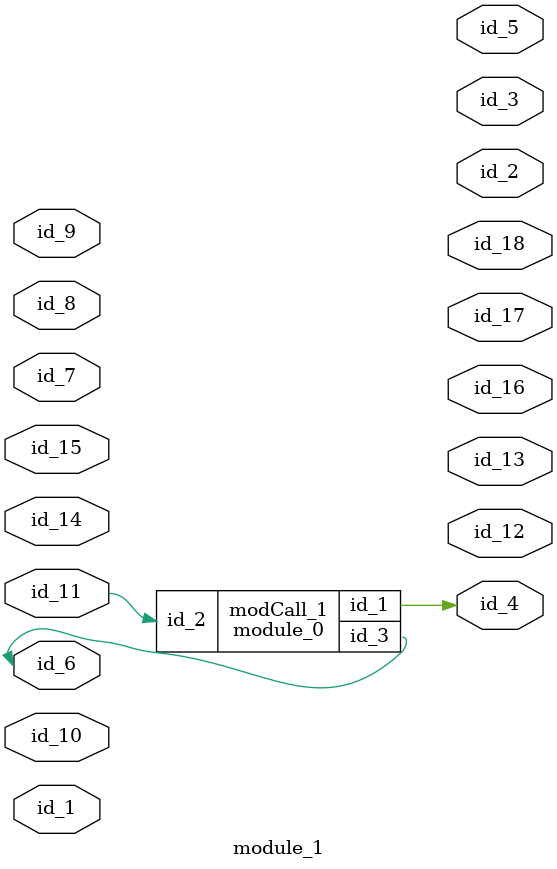
<source format=v>
module module_0 (
    id_1,
    id_2,
    id_3
);
  inout wire id_3;
  input wire id_2;
  output wire id_1;
  assign id_1 = 1;
endmodule
module module_1 (
    id_1,
    id_2,
    id_3,
    id_4,
    id_5,
    id_6,
    id_7,
    id_8,
    id_9,
    id_10,
    id_11,
    id_12,
    id_13,
    id_14,
    id_15,
    id_16,
    id_17,
    id_18
);
  output wire id_18;
  output wire id_17;
  output wire id_16;
  inout wire id_15;
  inout wire id_14;
  output wire id_13;
  output wire id_12;
  inout wire id_11;
  input wire id_10;
  input wire id_9;
  input wire id_8;
  input wire id_7;
  inout wire id_6;
  output wire id_5;
  output wire id_4;
  output wire id_3;
  output wire id_2;
  inout wire id_1;
  wire id_19;
  module_0 modCall_1 (
      id_4,
      id_11,
      id_6
  );
  wire id_20;
endmodule

</source>
